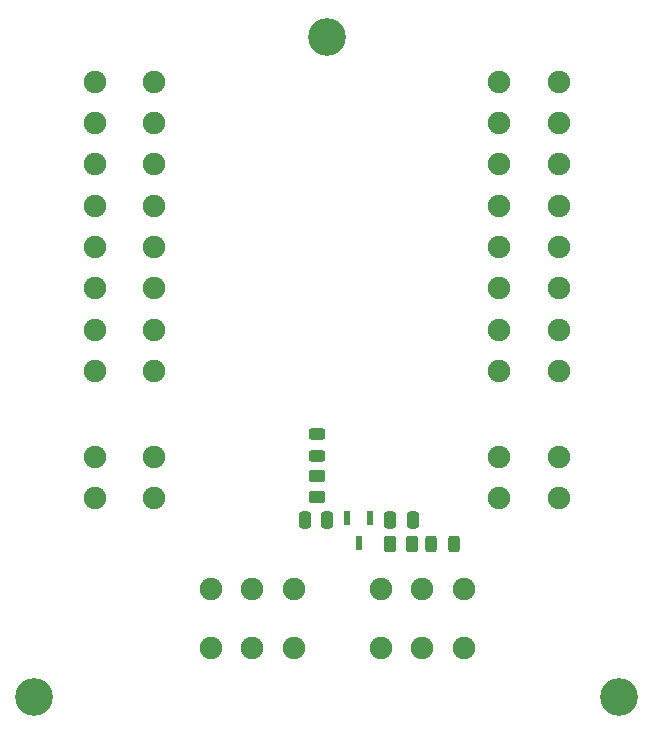
<source format=gts>
G04 #@! TF.GenerationSoftware,KiCad,Pcbnew,8.0.6*
G04 #@! TF.CreationDate,2024-11-26T19:11:37-08:00*
G04 #@! TF.ProjectId,Constellation STAR ITC V1.0,436f6e73-7465-46c6-9c61-74696f6e2053,rev?*
G04 #@! TF.SameCoordinates,Original*
G04 #@! TF.FileFunction,Soldermask,Top*
G04 #@! TF.FilePolarity,Negative*
%FSLAX46Y46*%
G04 Gerber Fmt 4.6, Leading zero omitted, Abs format (unit mm)*
G04 Created by KiCad (PCBNEW 8.0.6) date 2024-11-26 19:11:37*
%MOMM*%
%LPD*%
G01*
G04 APERTURE LIST*
G04 Aperture macros list*
%AMRoundRect*
0 Rectangle with rounded corners*
0 $1 Rounding radius*
0 $2 $3 $4 $5 $6 $7 $8 $9 X,Y pos of 4 corners*
0 Add a 4 corners polygon primitive as box body*
4,1,4,$2,$3,$4,$5,$6,$7,$8,$9,$2,$3,0*
0 Add four circle primitives for the rounded corners*
1,1,$1+$1,$2,$3*
1,1,$1+$1,$4,$5*
1,1,$1+$1,$6,$7*
1,1,$1+$1,$8,$9*
0 Add four rect primitives between the rounded corners*
20,1,$1+$1,$2,$3,$4,$5,0*
20,1,$1+$1,$4,$5,$6,$7,0*
20,1,$1+$1,$6,$7,$8,$9,0*
20,1,$1+$1,$8,$9,$2,$3,0*%
G04 Aperture macros list end*
%ADD10C,3.200000*%
%ADD11RoundRect,0.250000X0.450000X-0.262500X0.450000X0.262500X-0.450000X0.262500X-0.450000X-0.262500X0*%
%ADD12R,0.600000X1.250000*%
%ADD13RoundRect,0.250000X0.250000X0.475000X-0.250000X0.475000X-0.250000X-0.475000X0.250000X-0.475000X0*%
%ADD14RoundRect,0.250000X-0.262500X-0.450000X0.262500X-0.450000X0.262500X0.450000X-0.262500X0.450000X0*%
%ADD15RoundRect,0.243750X-0.456250X0.243750X-0.456250X-0.243750X0.456250X-0.243750X0.456250X0.243750X0*%
%ADD16RoundRect,0.243750X0.243750X0.456250X-0.243750X0.456250X-0.243750X-0.456250X0.243750X-0.456250X0*%
%ADD17RoundRect,0.250000X-0.250000X-0.475000X0.250000X-0.475000X0.250000X0.475000X-0.250000X0.475000X0*%
%ADD18C,1.900000*%
G04 APERTURE END LIST*
D10*
X78740000Y-85090000D03*
D11*
X53100000Y-68225000D03*
X53100000Y-66400000D03*
D12*
X57600000Y-69999999D03*
X55700000Y-69999999D03*
X56650000Y-72100000D03*
D13*
X53999999Y-70100000D03*
X52100001Y-70100000D03*
D10*
X29210000Y-85090000D03*
D14*
X59337498Y-72150000D03*
X61162498Y-72150000D03*
D15*
X53100000Y-62824999D03*
X53100000Y-64700001D03*
D16*
X64687500Y-72150000D03*
X62812498Y-72150000D03*
D17*
X59350000Y-70150000D03*
X61249998Y-70150000D03*
D10*
X53975000Y-29210000D03*
D18*
X39370000Y-57520005D03*
X34370000Y-57520005D03*
X39370000Y-54020005D03*
X34370001Y-54020004D03*
X39370000Y-50520003D03*
X34370000Y-50520003D03*
X39370000Y-47020002D03*
X34370000Y-47020002D03*
X39370000Y-43520002D03*
X34370000Y-43520002D03*
X39370000Y-40020002D03*
X34370000Y-40020002D03*
X39370000Y-36520001D03*
X34370000Y-36520001D03*
X39370000Y-33020000D03*
X34370000Y-33020000D03*
X68580000Y-64770000D03*
X73580000Y-64770000D03*
X68580000Y-68270000D03*
X73580000Y-68270000D03*
X39370000Y-68270000D03*
X34370000Y-68270000D03*
X39370000Y-64770000D03*
X34370000Y-64770000D03*
X51150000Y-75950000D03*
X51150000Y-80950000D03*
X47650000Y-75950000D03*
X47650000Y-80950000D03*
X44149999Y-75950000D03*
X44149999Y-80950000D03*
X68580000Y-33020000D03*
X73580000Y-33020000D03*
X68580000Y-36520000D03*
X73579999Y-36520001D03*
X68580000Y-40020002D03*
X73580000Y-40020002D03*
X68580000Y-43520003D03*
X73580000Y-43520003D03*
X68580000Y-47020003D03*
X73580000Y-47020003D03*
X68580000Y-50520003D03*
X73580000Y-50520003D03*
X68580000Y-54020004D03*
X73580000Y-54020004D03*
X68580000Y-57520005D03*
X73580000Y-57520005D03*
X65545791Y-75950000D03*
X65545791Y-80950000D03*
X62045791Y-75950000D03*
X62045791Y-80950000D03*
X58545790Y-75950000D03*
X58545790Y-80950000D03*
M02*

</source>
